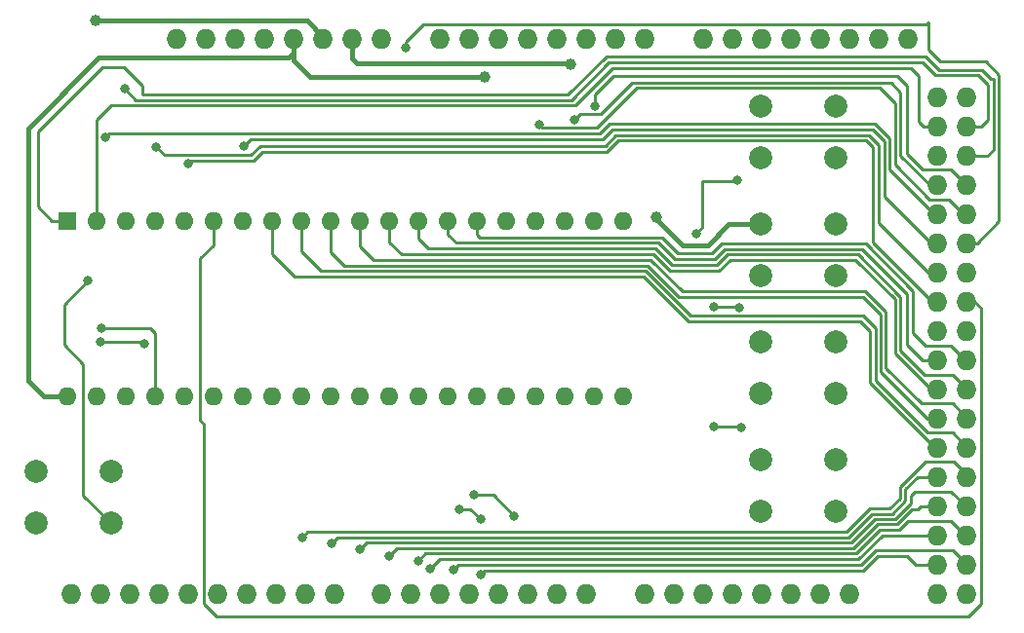
<source format=gbr>
G04 #@! TF.GenerationSoftware,KiCad,Pcbnew,(5.1.5)-2*
G04 #@! TF.CreationDate,2020-01-02T03:10:15+01:00*
G04 #@! TF.ProjectId,CDP1802_Tester,43445031-3830-4325-9f54-65737465722e,rev?*
G04 #@! TF.SameCoordinates,Original*
G04 #@! TF.FileFunction,Copper,L1,Top*
G04 #@! TF.FilePolarity,Positive*
%FSLAX46Y46*%
G04 Gerber Fmt 4.6, Leading zero omitted, Abs format (unit mm)*
G04 Created by KiCad (PCBNEW (5.1.5)-2) date 2020-01-02 03:10:15*
%MOMM*%
%LPD*%
G04 APERTURE LIST*
%ADD10O,1.727200X1.727200*%
%ADD11C,2.000000*%
%ADD12O,1.600000X1.600000*%
%ADD13R,1.600000X1.600000*%
%ADD14C,1.000000*%
%ADD15C,0.800000*%
%ADD16C,0.400000*%
%ADD17C,0.250000*%
G04 APERTURE END LIST*
D10*
X146375001Y-20354999D03*
X141295001Y-20354999D03*
X138755001Y-20354999D03*
X136215001Y-20354999D03*
X133675001Y-20354999D03*
X131135001Y-20354999D03*
X128595001Y-20354999D03*
X126055001Y-20354999D03*
X181935001Y-68614999D03*
X179395001Y-68614999D03*
X176855001Y-68614999D03*
X174315001Y-68614999D03*
X171775001Y-68614999D03*
X169235001Y-68614999D03*
X166695001Y-68614999D03*
X164155001Y-68614999D03*
X159075001Y-68614999D03*
X156535001Y-68614999D03*
X153995001Y-68614999D03*
X151455001Y-68614999D03*
X148915001Y-68614999D03*
X146375001Y-68614999D03*
X143835001Y-68614999D03*
X141295001Y-68614999D03*
X121991001Y-68614999D03*
X137231001Y-68614999D03*
X134691001Y-68614999D03*
X132151001Y-68614999D03*
X114371001Y-68614999D03*
X116911001Y-68614999D03*
X119451001Y-68614999D03*
X124531001Y-68614999D03*
X127071001Y-68614999D03*
X129611001Y-68614999D03*
X123515001Y-20354999D03*
X148915001Y-20354999D03*
X151455001Y-20354999D03*
X153995001Y-20354999D03*
X156535001Y-20354999D03*
X159075001Y-20354999D03*
X161615001Y-20354999D03*
X164155001Y-20354999D03*
X169235001Y-20354999D03*
X171775001Y-20354999D03*
X174315001Y-20354999D03*
X176855001Y-20354999D03*
X179395001Y-20354999D03*
X181935001Y-20354999D03*
X184475001Y-20354999D03*
X187015001Y-20354999D03*
X189555001Y-68614999D03*
X192095001Y-68614999D03*
X189555001Y-66074999D03*
X192095001Y-66074999D03*
X189555001Y-63534999D03*
X192095001Y-63534999D03*
X189555001Y-60994999D03*
X192095001Y-60994999D03*
X189555001Y-58454999D03*
X192095001Y-58454999D03*
X189555001Y-55914999D03*
X192095001Y-55914999D03*
X189555001Y-53374999D03*
X192095001Y-53374999D03*
X189555001Y-50834999D03*
X192095001Y-50834999D03*
X189555001Y-48294999D03*
X192095001Y-48294999D03*
X189555001Y-45754999D03*
X192095001Y-45754999D03*
X189555001Y-43214999D03*
X192095001Y-43214999D03*
X189555001Y-40674999D03*
X192095001Y-40674999D03*
X189555001Y-38134999D03*
X192095001Y-38134999D03*
X189555001Y-35594999D03*
X192095001Y-35594999D03*
X189555001Y-33054999D03*
X192095001Y-33054999D03*
X189555001Y-30514999D03*
X192095001Y-30514999D03*
X189555001Y-27974999D03*
X192095001Y-27974999D03*
X189555001Y-25434999D03*
X192095001Y-25434999D03*
D11*
X180710000Y-61474998D03*
X180710000Y-56974998D03*
X174210000Y-61474998D03*
X174210000Y-56974998D03*
X174210000Y-46706665D03*
X174210000Y-51206665D03*
X180710000Y-46706665D03*
X180710000Y-51206665D03*
X180710000Y-40938333D03*
X180710000Y-36438333D03*
X174210000Y-40938333D03*
X174210000Y-36438333D03*
X174210000Y-26170000D03*
X174210000Y-30670000D03*
X180710000Y-26170000D03*
X180710000Y-30670000D03*
D12*
X114030000Y-51440000D03*
X162290000Y-36200000D03*
X116570000Y-51440000D03*
X159750000Y-36200000D03*
X119110000Y-51440000D03*
X157210000Y-36200000D03*
X121650000Y-51440000D03*
X154670000Y-36200000D03*
X124190000Y-51440000D03*
X152130000Y-36200000D03*
X126730000Y-51440000D03*
X149590000Y-36200000D03*
X129270000Y-51440000D03*
X147050000Y-36200000D03*
X131810000Y-51440000D03*
X144510000Y-36200000D03*
X134350000Y-51440000D03*
X141970000Y-36200000D03*
X136890000Y-51440000D03*
X139430000Y-36200000D03*
X139430000Y-51440000D03*
X136890000Y-36200000D03*
X141970000Y-51440000D03*
X134350000Y-36200000D03*
X144510000Y-51440000D03*
X131810000Y-36200000D03*
X147050000Y-51440000D03*
X129270000Y-36200000D03*
X149590000Y-51440000D03*
X126730000Y-36200000D03*
X152130000Y-51440000D03*
X124190000Y-36200000D03*
X154670000Y-51440000D03*
X121650000Y-36200000D03*
X157210000Y-51440000D03*
X119110000Y-36200000D03*
X159750000Y-51440000D03*
X116570000Y-36200000D03*
X162290000Y-51440000D03*
D13*
X114030000Y-36200000D03*
D11*
X111290000Y-57920000D03*
X111290000Y-62420000D03*
X117790000Y-57920000D03*
X117790000Y-62420000D03*
D14*
X157710000Y-22570000D03*
X116500000Y-18770000D03*
X165150000Y-35840000D03*
D15*
X172510000Y-54150000D03*
X170130000Y-54090000D03*
X172350000Y-43710000D03*
X170130000Y-43630000D03*
X172180000Y-32610000D03*
X168610000Y-37280000D03*
D14*
X150290000Y-23680000D03*
D15*
X134410000Y-63680000D03*
X136940000Y-64250000D03*
X139430000Y-64720000D03*
X141960000Y-65300000D03*
X144490000Y-65740000D03*
X145540000Y-66410000D03*
X147500000Y-66540000D03*
X149880000Y-62140000D03*
X148090000Y-61280000D03*
X149910000Y-66910000D03*
X152820000Y-61830000D03*
X149310000Y-60000000D03*
X159830000Y-26190000D03*
X158060000Y-27370000D03*
X116940000Y-45530000D03*
X155000000Y-27830000D03*
X116890000Y-46730000D03*
X120680000Y-46890000D03*
X117310000Y-28930000D03*
X143360000Y-21140000D03*
X129340000Y-29700000D03*
X124480000Y-31180000D03*
X121760000Y-29770000D03*
X118990000Y-24720000D03*
X115790000Y-41390000D03*
D16*
X157710000Y-22570000D02*
X157640000Y-22500000D01*
X157640000Y-22500000D02*
X139190000Y-22500000D01*
X138755001Y-22065001D02*
X138755001Y-20354999D01*
X139190000Y-22500000D02*
X138755001Y-22065001D01*
X174210000Y-36438333D02*
X171451667Y-36438333D01*
X171451667Y-36438333D02*
X169610000Y-38280000D01*
X169610000Y-38280000D02*
X167440000Y-38280000D01*
X167440000Y-38280000D02*
X165360000Y-36200000D01*
X136215001Y-20354999D02*
X136215001Y-20175001D01*
X136215001Y-20175001D02*
X134810000Y-18770000D01*
X134810000Y-18770000D02*
X116500000Y-18770000D01*
X165360000Y-36200000D02*
X165360000Y-36050000D01*
X165360000Y-36050000D02*
X165150000Y-35840000D01*
D17*
X172510000Y-54150000D02*
X172450000Y-54090000D01*
X172450000Y-54090000D02*
X170130000Y-54090000D01*
X172350000Y-43710000D02*
X172270000Y-43630000D01*
X172270000Y-43630000D02*
X170130000Y-43630000D01*
X169170000Y-36720000D02*
X168610000Y-37280000D01*
X169170000Y-32750000D02*
X169170000Y-36720000D01*
X172180000Y-32610000D02*
X172040000Y-32750000D01*
X172040000Y-32750000D02*
X169170000Y-32750000D01*
D16*
X150290000Y-23680000D02*
X135090000Y-23680000D01*
X133675001Y-22265001D02*
X133675001Y-20354999D01*
X135090000Y-23680000D02*
X133675001Y-22265001D01*
X110610000Y-28160000D02*
X110610000Y-28310000D01*
X116760000Y-22010000D02*
X110610000Y-28160000D01*
X133675001Y-20354999D02*
X133675001Y-21574999D01*
X133240000Y-22010000D02*
X116760000Y-22010000D01*
X133675001Y-21574999D02*
X133240000Y-22010000D01*
X110610000Y-28160000D02*
X110610000Y-50070000D01*
X111980000Y-51440000D02*
X114030000Y-51440000D01*
X110610000Y-50070000D02*
X111980000Y-51440000D01*
D17*
X149860000Y-37620000D02*
X149590000Y-37350000D01*
X149590000Y-37350000D02*
X149590000Y-36200000D01*
X188550000Y-47020000D02*
X187450000Y-45920000D01*
X192095001Y-48294999D02*
X192014999Y-48294999D01*
X190740000Y-47020000D02*
X188550000Y-47020000D01*
X192014999Y-48294999D02*
X190740000Y-47020000D01*
X187450000Y-45920000D02*
X187450000Y-42300000D01*
X183340000Y-38190000D02*
X170790000Y-38190000D01*
X165630000Y-37620000D02*
X149860000Y-37620000D01*
X169950000Y-39030000D02*
X167040000Y-39030000D01*
X187450000Y-42300000D02*
X183340000Y-38190000D01*
X170790000Y-38190000D02*
X169950000Y-39030000D01*
X167040000Y-39030000D02*
X165630000Y-37620000D01*
X147800000Y-38100000D02*
X147050000Y-37350000D01*
X166740000Y-39540000D02*
X165300000Y-38100000D01*
X147050000Y-37350000D02*
X147050000Y-36200000D01*
X171090000Y-38640000D02*
X170190000Y-39540000D01*
X189555001Y-48294999D02*
X188224999Y-48294999D01*
X170190000Y-39540000D02*
X166740000Y-39540000D01*
X183000000Y-38640000D02*
X171090000Y-38640000D01*
X188224999Y-48294999D02*
X186920000Y-46990000D01*
X186920000Y-46990000D02*
X186920000Y-42560000D01*
X165300000Y-38100000D02*
X147800000Y-38100000D01*
X186920000Y-42560000D02*
X183000000Y-38640000D01*
X145370000Y-38580000D02*
X144510000Y-37720000D01*
X144510000Y-37720000D02*
X144510000Y-36200000D01*
X186330000Y-47460000D02*
X186330000Y-42790000D01*
X188460000Y-49590000D02*
X186330000Y-47460000D01*
X190920000Y-49590000D02*
X188460000Y-49590000D01*
X192095001Y-50834999D02*
X192095001Y-50765001D01*
X192095001Y-50765001D02*
X190920000Y-49590000D01*
X165070000Y-38580000D02*
X145370000Y-38580000D01*
X186330000Y-42790000D02*
X182660000Y-39120000D01*
X182660000Y-39120000D02*
X171360000Y-39120000D01*
X171360000Y-39120000D02*
X170440000Y-40040000D01*
X166530000Y-40040000D02*
X165070000Y-38580000D01*
X170440000Y-40040000D02*
X166530000Y-40040000D01*
X192095001Y-58245001D02*
X192095001Y-58454999D01*
X186300000Y-60300000D02*
X186300000Y-59330000D01*
X181680000Y-63230000D02*
X181680000Y-63220000D01*
X137660000Y-63230000D02*
X181680000Y-63230000D01*
X190990000Y-57140000D02*
X192095001Y-58245001D01*
X185390030Y-61209970D02*
X186300000Y-60300000D01*
X183690030Y-61209970D02*
X185390030Y-61209970D01*
X181680000Y-63220000D02*
X183690030Y-61209970D01*
X188490000Y-57140000D02*
X190990000Y-57140000D01*
X186300000Y-59330000D02*
X188490000Y-57140000D01*
X137660000Y-63230000D02*
X134860000Y-63230000D01*
X134860000Y-63230000D02*
X134410000Y-63680000D01*
X189555001Y-50834999D02*
X188994999Y-50834999D01*
X188994999Y-50834999D02*
X185879990Y-47719990D01*
X185879990Y-47719990D02*
X185879990Y-43009990D01*
X185879990Y-43009990D02*
X182440010Y-39570010D01*
X182440010Y-39570010D02*
X171546400Y-39570010D01*
X171546400Y-39570010D02*
X170576410Y-40540000D01*
X170576410Y-40540000D02*
X166300000Y-40540000D01*
X166300000Y-40540000D02*
X164870000Y-39110000D01*
X164870000Y-39110000D02*
X143050000Y-39110000D01*
X141970000Y-38030000D02*
X141970000Y-36200000D01*
X143050000Y-39110000D02*
X141970000Y-38030000D01*
X187815001Y-58454999D02*
X189555001Y-58454999D01*
X186760000Y-59510000D02*
X187815001Y-58454999D01*
X186760000Y-60500000D02*
X186760000Y-59510000D01*
X137490000Y-63700000D02*
X181860000Y-63700000D01*
X183900020Y-61659980D02*
X185600020Y-61659980D01*
X136940000Y-64250000D02*
X137490000Y-63700000D01*
X181860000Y-63700000D02*
X183900020Y-61659980D01*
X185600020Y-61659980D02*
X186760000Y-60500000D01*
X164650000Y-39580000D02*
X140600000Y-39580000D01*
X139430000Y-38410000D02*
X139430000Y-36200000D01*
X167400000Y-42330000D02*
X164650000Y-39580000D01*
X183310000Y-42330000D02*
X167400000Y-42330000D01*
X185090000Y-44110000D02*
X183310000Y-42330000D01*
X140600000Y-39580000D02*
X139430000Y-38410000D01*
X192095001Y-53295001D02*
X190870000Y-52070000D01*
X185090000Y-48990000D02*
X185090000Y-44110000D01*
X192095001Y-53374999D02*
X192095001Y-53295001D01*
X190870000Y-52070000D02*
X188170000Y-52070000D01*
X188170000Y-52070000D02*
X185090000Y-48990000D01*
X190760000Y-59710000D02*
X192044999Y-60994999D01*
X187220000Y-60120000D02*
X187630000Y-59710000D01*
X187220000Y-60749990D02*
X187220000Y-60120000D01*
X192044999Y-60994999D02*
X192095001Y-60994999D01*
X139990000Y-64160000D02*
X182090000Y-64160000D01*
X185860000Y-62109990D02*
X187220000Y-60749990D01*
X139430000Y-64720000D02*
X139990000Y-64160000D01*
X182090000Y-64160000D02*
X184140010Y-62109990D01*
X187630000Y-59710000D02*
X190760000Y-59710000D01*
X184140010Y-62109990D02*
X185860000Y-62109990D01*
X136890000Y-38890000D02*
X136890000Y-36200000D01*
X138080000Y-40080000D02*
X136890000Y-38890000D01*
X164420000Y-40080000D02*
X138080000Y-40080000D01*
X167130000Y-42790000D02*
X164420000Y-40080000D01*
X188684999Y-53374999D02*
X184610000Y-49300000D01*
X189555001Y-53374999D02*
X188684999Y-53374999D01*
X184610000Y-49300000D02*
X184610000Y-44290000D01*
X184610000Y-44290000D02*
X183110000Y-42790000D01*
X183110000Y-42790000D02*
X167130000Y-42790000D01*
X189555001Y-60994999D02*
X188514999Y-60994999D01*
X188095001Y-60994999D02*
X188404999Y-60994999D01*
X187820000Y-61270000D02*
X188095001Y-60994999D01*
X187370000Y-61270000D02*
X187820000Y-61270000D01*
X142620000Y-64640000D02*
X182290000Y-64640000D01*
X188404999Y-60994999D02*
X189555001Y-60994999D01*
X141960000Y-65300000D02*
X142620000Y-64640000D01*
X182290000Y-64640000D02*
X184370000Y-62560000D01*
X184370000Y-62560000D02*
X186080000Y-62560000D01*
X186080000Y-62560000D02*
X187370000Y-61270000D01*
X134350000Y-38840000D02*
X134350000Y-36200000D01*
X183070000Y-44450000D02*
X168150000Y-44450000D01*
X164250000Y-40550000D02*
X136060000Y-40550000D01*
X184160000Y-45540000D02*
X183070000Y-44450000D01*
X192095001Y-55825001D02*
X190850000Y-54580000D01*
X168150000Y-44450000D02*
X164250000Y-40550000D01*
X192095001Y-55914999D02*
X192095001Y-55825001D01*
X184160000Y-50080000D02*
X184160000Y-45540000D01*
X136060000Y-40550000D02*
X134350000Y-38840000D01*
X190850000Y-54580000D02*
X188660000Y-54580000D01*
X188660000Y-54580000D02*
X184160000Y-50080000D01*
X145120000Y-65110000D02*
X144490000Y-65740000D01*
X182490000Y-65110000D02*
X145120000Y-65110000D01*
X184580000Y-63020000D02*
X182490000Y-65110000D01*
X192014999Y-63534999D02*
X190760000Y-62280000D01*
X190760000Y-62280000D02*
X187000000Y-62280000D01*
X192095001Y-63534999D02*
X192014999Y-63534999D01*
X187000000Y-62280000D02*
X186260000Y-63020000D01*
X186260000Y-63020000D02*
X184580000Y-63020000D01*
X131810000Y-39110000D02*
X131810000Y-36200000D01*
X133740000Y-41040000D02*
X131810000Y-39110000D01*
X164040000Y-41040000D02*
X133740000Y-41040000D01*
X167910000Y-44910000D02*
X164040000Y-41040000D01*
X189334999Y-55914999D02*
X183710000Y-50290000D01*
X182850000Y-44910000D02*
X167910000Y-44910000D01*
X189555001Y-55914999D02*
X189334999Y-55914999D01*
X183710000Y-50290000D02*
X183710000Y-45770000D01*
X183710000Y-45770000D02*
X182850000Y-44910000D01*
X146360000Y-65590000D02*
X145540000Y-66410000D01*
X189555001Y-63534999D02*
X184765001Y-63534999D01*
X182710000Y-65590000D02*
X146360000Y-65590000D01*
X184765001Y-63534999D02*
X182710000Y-65590000D01*
X149880000Y-62140000D02*
X149020000Y-61280000D01*
X149020000Y-61280000D02*
X148090000Y-61280000D01*
X147970000Y-66070000D02*
X147500000Y-66540000D01*
X192095001Y-65975001D02*
X190900000Y-64780000D01*
X192095001Y-66074999D02*
X192095001Y-65975001D01*
X190900000Y-64780000D02*
X184180000Y-64780000D01*
X184180000Y-64780000D02*
X182890000Y-66070000D01*
X182890000Y-66070000D02*
X147970000Y-66070000D01*
X152820000Y-61830000D02*
X150990000Y-60000000D01*
X150990000Y-60000000D02*
X149310000Y-60000000D01*
X150230000Y-66590000D02*
X149910000Y-66910000D01*
X187634999Y-66074999D02*
X186870000Y-65310000D01*
X189555001Y-66074999D02*
X187634999Y-66074999D01*
X183130000Y-66590000D02*
X150230000Y-66590000D01*
X186870000Y-65310000D02*
X184410000Y-65310000D01*
X184410000Y-65310000D02*
X183130000Y-66590000D01*
X117030000Y-22840000D02*
X111450000Y-28420000D01*
X118930000Y-22840000D02*
X117030000Y-22840000D01*
X111450000Y-28420000D02*
X111450000Y-34960000D01*
X194430000Y-29980000D02*
X194430000Y-23820000D01*
X112690000Y-36200000D02*
X114030000Y-36200000D01*
X194430000Y-23820000D02*
X194220000Y-23820000D01*
X120514990Y-24424990D02*
X118930000Y-22840000D01*
X194220000Y-23820000D02*
X193450000Y-23050000D01*
X192095001Y-30514999D02*
X193895001Y-30514999D01*
X193895001Y-30514999D02*
X194430000Y-29980000D01*
X193450000Y-23050000D02*
X189700000Y-23050000D01*
X189700000Y-23050000D02*
X188530000Y-21880000D01*
X120514990Y-25230000D02*
X120514990Y-24424990D01*
X188530000Y-21880000D02*
X160820000Y-21880000D01*
X160820000Y-21880000D02*
X157470000Y-25230000D01*
X111450000Y-34960000D02*
X112690000Y-36200000D01*
X157470000Y-25230000D02*
X120514990Y-25230000D01*
X159830000Y-25200000D02*
X159830000Y-26190000D01*
X161450000Y-23580000D02*
X159830000Y-25200000D01*
X186030000Y-23580000D02*
X161450000Y-23580000D01*
X186870000Y-24420000D02*
X186030000Y-23580000D01*
X192044999Y-33054999D02*
X190740000Y-31750000D01*
X192095001Y-33054999D02*
X192044999Y-33054999D01*
X190740000Y-31750000D02*
X188290000Y-31750000D01*
X188290000Y-31750000D02*
X186870000Y-30330000D01*
X186870000Y-30330000D02*
X186870000Y-24420000D01*
X158510000Y-26920000D02*
X158060000Y-27370000D01*
X163070000Y-24170000D02*
X160320000Y-26920000D01*
X188904999Y-33054999D02*
X186360000Y-30510000D01*
X160320000Y-26920000D02*
X158510000Y-26920000D01*
X186360000Y-25010000D02*
X185520000Y-24170000D01*
X189555001Y-33054999D02*
X188904999Y-33054999D01*
X185520000Y-24170000D02*
X163070000Y-24170000D01*
X186360000Y-30510000D02*
X186360000Y-25010000D01*
X116940000Y-45530000D02*
X121240000Y-45530000D01*
X121650000Y-45940000D02*
X121650000Y-51440000D01*
X121240000Y-45530000D02*
X121650000Y-45940000D01*
X159950000Y-28100000D02*
X155270000Y-28100000D01*
X163420000Y-24630000D02*
X159950000Y-28100000D01*
X185870000Y-25940000D02*
X184560000Y-24630000D01*
X191824999Y-35594999D02*
X190550000Y-34320000D01*
X155270000Y-28100000D02*
X155000000Y-27830000D01*
X192095001Y-35594999D02*
X191824999Y-35594999D01*
X190550000Y-34320000D02*
X188900000Y-34320000D01*
X188900000Y-34320000D02*
X185870000Y-31290000D01*
X184560000Y-24630000D02*
X163420000Y-24630000D01*
X185870000Y-31290000D02*
X185870000Y-25940000D01*
X116890000Y-46730000D02*
X120520000Y-46730000D01*
X120520000Y-46730000D02*
X120680000Y-46890000D01*
X160240000Y-28600000D02*
X117640000Y-28600000D01*
X117640000Y-28600000D02*
X117310000Y-28930000D01*
X161110000Y-27730000D02*
X160240000Y-28600000D01*
X189264999Y-35594999D02*
X185390000Y-31720000D01*
X185390000Y-31720000D02*
X185390000Y-28970000D01*
X184150000Y-27730000D02*
X161110000Y-27730000D01*
X189555001Y-35594999D02*
X189264999Y-35594999D01*
X185390000Y-28970000D02*
X184150000Y-27730000D01*
X192095001Y-38134999D02*
X192985001Y-38134999D01*
X192985001Y-38134999D02*
X194880000Y-36240000D01*
X194880000Y-36240000D02*
X194880000Y-23480000D01*
X194880000Y-23480000D02*
X193730000Y-22330000D01*
X193730000Y-22330000D02*
X189790000Y-22330000D01*
X189790000Y-22330000D02*
X188740000Y-21280000D01*
X188740000Y-21280000D02*
X188740000Y-18930000D01*
X188740000Y-18930000D02*
X188580000Y-19090000D01*
X188580000Y-19090000D02*
X144910000Y-19090000D01*
X144910000Y-19090000D02*
X143360000Y-20640000D01*
X143360000Y-20640000D02*
X143360000Y-21140000D01*
X129910000Y-29130000D02*
X129340000Y-29700000D01*
X160460000Y-29130000D02*
X129910000Y-29130000D01*
X189024999Y-38134999D02*
X184940000Y-34050000D01*
X184940000Y-29240000D02*
X183930000Y-28230000D01*
X161360000Y-28230000D02*
X160460000Y-29130000D01*
X189555001Y-38134999D02*
X189024999Y-38134999D01*
X184940000Y-34050000D02*
X184940000Y-29240000D01*
X183930000Y-28230000D02*
X161360000Y-28230000D01*
X192095001Y-43214999D02*
X192794999Y-43214999D01*
X192794999Y-43214999D02*
X193330000Y-43750000D01*
X193330000Y-43750000D02*
X193330000Y-69490000D01*
X193330000Y-69490000D02*
X192240000Y-70580000D01*
X192240000Y-70580000D02*
X126950000Y-70580000D01*
X126950000Y-70580000D02*
X125860000Y-69490000D01*
X125860000Y-69490000D02*
X125860000Y-53830000D01*
X125860000Y-53830000D02*
X125560000Y-53530000D01*
X125560000Y-53530000D02*
X125560000Y-39460000D01*
X126730000Y-38290000D02*
X126730000Y-36200000D01*
X125560000Y-39460000D02*
X126730000Y-38290000D01*
X124730000Y-30930000D02*
X124480000Y-31180000D01*
X130220000Y-30930000D02*
X124730000Y-30930000D01*
X130960000Y-30190000D02*
X130220000Y-30930000D01*
X161830000Y-29190000D02*
X160830000Y-30190000D01*
X189114999Y-43214999D02*
X183970000Y-38070000D01*
X183970000Y-38070000D02*
X183970000Y-29790000D01*
X160830000Y-30190000D02*
X130960000Y-30190000D01*
X189555001Y-43214999D02*
X189114999Y-43214999D01*
X183370000Y-29190000D02*
X161830000Y-29190000D01*
X183970000Y-29790000D02*
X183370000Y-29190000D01*
X129960000Y-30450000D02*
X122440000Y-30450000D01*
X130760000Y-29650000D02*
X129960000Y-30450000D01*
X161630000Y-28730000D02*
X160710000Y-29650000D01*
X122440000Y-30450000D02*
X121760000Y-29770000D01*
X188754999Y-40674999D02*
X184490000Y-36410000D01*
X160710000Y-29650000D02*
X130760000Y-29650000D01*
X189555001Y-40674999D02*
X188754999Y-40674999D01*
X184490000Y-36410000D02*
X184490000Y-29570000D01*
X184490000Y-29570000D02*
X183650000Y-28730000D01*
X183650000Y-28730000D02*
X161630000Y-28730000D01*
X157770000Y-25690000D02*
X119960000Y-25690000D01*
X161040000Y-22420000D02*
X157770000Y-25690000D01*
X188260000Y-22420000D02*
X161040000Y-22420000D01*
X193385001Y-27974999D02*
X193930000Y-27430000D01*
X192095001Y-27974999D02*
X193385001Y-27974999D01*
X189370000Y-23530000D02*
X188260000Y-22420000D01*
X193930000Y-27430000D02*
X193930000Y-24360000D01*
X119960000Y-25690000D02*
X118990000Y-24720000D01*
X193930000Y-24360000D02*
X193100000Y-23530000D01*
X193100000Y-23530000D02*
X189370000Y-23530000D01*
X116570000Y-27370000D02*
X116570000Y-36200000D01*
X117790000Y-26150000D02*
X116570000Y-27370000D01*
X158100000Y-26150000D02*
X117790000Y-26150000D01*
X161320000Y-22930000D02*
X158100000Y-26150000D01*
X188374999Y-27974999D02*
X187950000Y-27550000D01*
X189555001Y-27974999D02*
X188374999Y-27974999D01*
X187950000Y-27550000D02*
X187950000Y-23610000D01*
X187950000Y-23610000D02*
X187270000Y-22930000D01*
X187270000Y-22930000D02*
X161320000Y-22930000D01*
X115410000Y-60040000D02*
X117790000Y-62420000D01*
X115410000Y-48670000D02*
X115410000Y-60040000D01*
X113730000Y-46990000D02*
X115410000Y-48670000D01*
X115790000Y-41390000D02*
X113730000Y-43450000D01*
X113730000Y-43450000D02*
X113730000Y-46990000D01*
M02*

</source>
